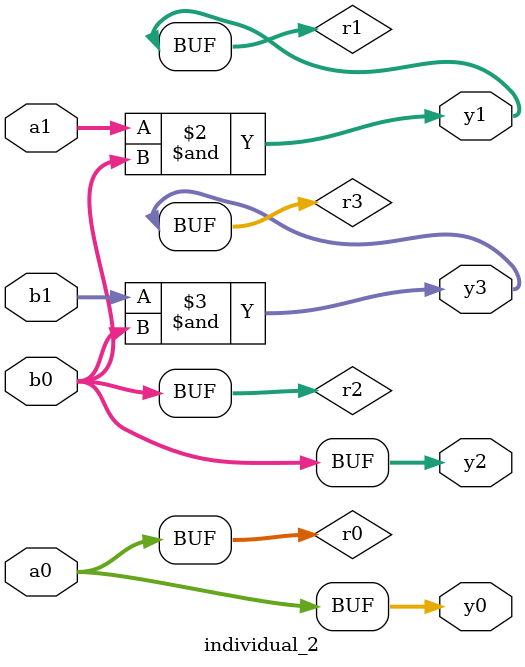
<source format=sv>
module individual_2(input logic [15:0] a1, input logic [15:0] a0, input logic [15:0] b1, input logic [15:0] b0, output logic [15:0] y3, output logic [15:0] y2, output logic [15:0] y1, output logic [15:0] y0);
logic [15:0] r0, r1, r2, r3; 
 always@(*) begin 
	 r0 = a0; r1 = a1; r2 = b0; r3 = b1; 
 	 r1  &=  b0 ;
 	 r3  &=  r2 ;
 	 y3 = r3; y2 = r2; y1 = r1; y0 = r0; 
end
endmodule
</source>
